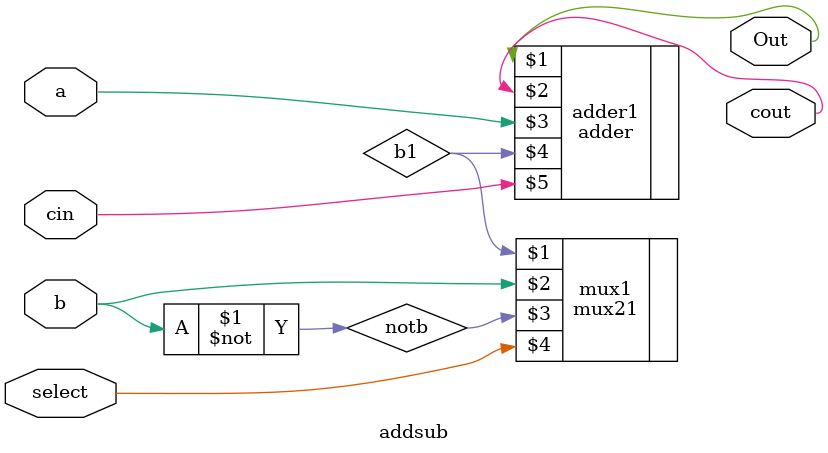
<source format=v>
`timescale 1 ps / 100 fs
module addsub(Out,cout,a,b,cin,select);
input a,b,cin,select;
output Out,cout; // the result and carry out
not #(50) not1(notb,b);
mux21 mux1(b1,b,notb,select);

adder adder1(Out,cout,a,b1,cin);
endmodule
</source>
